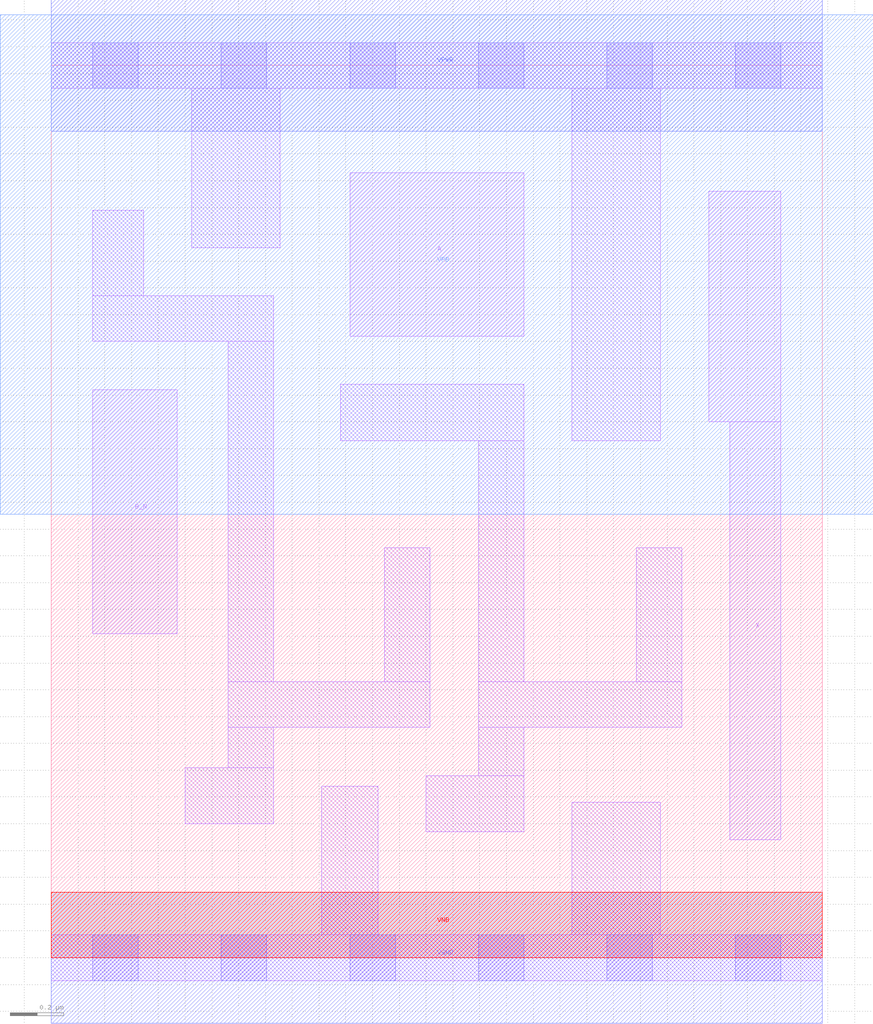
<source format=lef>
# Copyright 2020 The SkyWater PDK Authors
#
# Licensed under the Apache License, Version 2.0 (the "License");
# you may not use this file except in compliance with the License.
# You may obtain a copy of the License at
#
#     https://www.apache.org/licenses/LICENSE-2.0
#
# Unless required by applicable law or agreed to in writing, software
# distributed under the License is distributed on an "AS IS" BASIS,
# WITHOUT WARRANTIES OR CONDITIONS OF ANY KIND, either express or implied.
# See the License for the specific language governing permissions and
# limitations under the License.
#
# SPDX-License-Identifier: Apache-2.0

VERSION 5.7 ;
  NOWIREEXTENSIONATPIN ON ;
  DIVIDERCHAR "/" ;
  BUSBITCHARS "[]" ;
MACRO sky130_fd_sc_lp__or2b_m
  CLASS CORE ;
  FOREIGN sky130_fd_sc_lp__or2b_m ;
  ORIGIN  0.000000  0.000000 ;
  SIZE  2.880000 BY  3.330000 ;
  SYMMETRY X Y R90 ;
  SITE unit ;
  PIN A
    ANTENNAGATEAREA  0.126000 ;
    DIRECTION INPUT ;
    USE SIGNAL ;
    PORT
      LAYER li1 ;
        RECT 1.115000 2.320000 1.765000 2.930000 ;
    END
  END A
  PIN B_N
    ANTENNAGATEAREA  0.126000 ;
    DIRECTION INPUT ;
    USE SIGNAL ;
    PORT
      LAYER li1 ;
        RECT 0.155000 1.210000 0.470000 2.120000 ;
    END
  END B_N
  PIN X
    ANTENNADIFFAREA  0.231000 ;
    DIRECTION OUTPUT ;
    USE SIGNAL ;
    PORT
      LAYER li1 ;
        RECT 2.455000 2.000000 2.725000 2.860000 ;
        RECT 2.535000 0.440000 2.725000 2.000000 ;
    END
  END X
  PIN VGND
    DIRECTION INOUT ;
    USE GROUND ;
    PORT
      LAYER met1 ;
        RECT 0.000000 -0.245000 2.880000 0.245000 ;
    END
  END VGND
  PIN VNB
    DIRECTION INOUT ;
    USE GROUND ;
    PORT
      LAYER pwell ;
        RECT 0.000000 0.000000 2.880000 0.245000 ;
    END
  END VNB
  PIN VPB
    DIRECTION INOUT ;
    USE POWER ;
    PORT
      LAYER nwell ;
        RECT -0.190000 1.655000 3.070000 3.520000 ;
    END
  END VPB
  PIN VPWR
    DIRECTION INOUT ;
    USE POWER ;
    PORT
      LAYER met1 ;
        RECT 0.000000 3.085000 2.880000 3.575000 ;
    END
  END VPWR
  OBS
    LAYER li1 ;
      RECT 0.000000 -0.085000 2.880000 0.085000 ;
      RECT 0.000000  3.245000 2.880000 3.415000 ;
      RECT 0.155000  2.300000 0.830000 2.470000 ;
      RECT 0.155000  2.470000 0.345000 2.790000 ;
      RECT 0.500000  0.500000 0.830000 0.710000 ;
      RECT 0.525000  2.650000 0.855000 3.245000 ;
      RECT 0.660000  0.710000 0.830000 0.860000 ;
      RECT 0.660000  0.860000 1.415000 1.030000 ;
      RECT 0.660000  1.030000 0.830000 2.300000 ;
      RECT 1.010000  0.085000 1.220000 0.640000 ;
      RECT 1.080000  1.930000 1.765000 2.140000 ;
      RECT 1.245000  1.030000 1.415000 1.530000 ;
      RECT 1.400000  0.470000 1.765000 0.680000 ;
      RECT 1.595000  0.680000 1.765000 0.860000 ;
      RECT 1.595000  0.860000 2.355000 1.030000 ;
      RECT 1.595000  1.030000 1.765000 1.930000 ;
      RECT 1.945000  0.085000 2.275000 0.580000 ;
      RECT 1.945000  1.930000 2.275000 3.245000 ;
      RECT 2.185000  1.030000 2.355000 1.530000 ;
    LAYER mcon ;
      RECT 0.155000 -0.085000 0.325000 0.085000 ;
      RECT 0.155000  3.245000 0.325000 3.415000 ;
      RECT 0.635000 -0.085000 0.805000 0.085000 ;
      RECT 0.635000  3.245000 0.805000 3.415000 ;
      RECT 1.115000 -0.085000 1.285000 0.085000 ;
      RECT 1.115000  3.245000 1.285000 3.415000 ;
      RECT 1.595000 -0.085000 1.765000 0.085000 ;
      RECT 1.595000  3.245000 1.765000 3.415000 ;
      RECT 2.075000 -0.085000 2.245000 0.085000 ;
      RECT 2.075000  3.245000 2.245000 3.415000 ;
      RECT 2.555000 -0.085000 2.725000 0.085000 ;
      RECT 2.555000  3.245000 2.725000 3.415000 ;
  END
END sky130_fd_sc_lp__or2b_m
END LIBRARY

</source>
